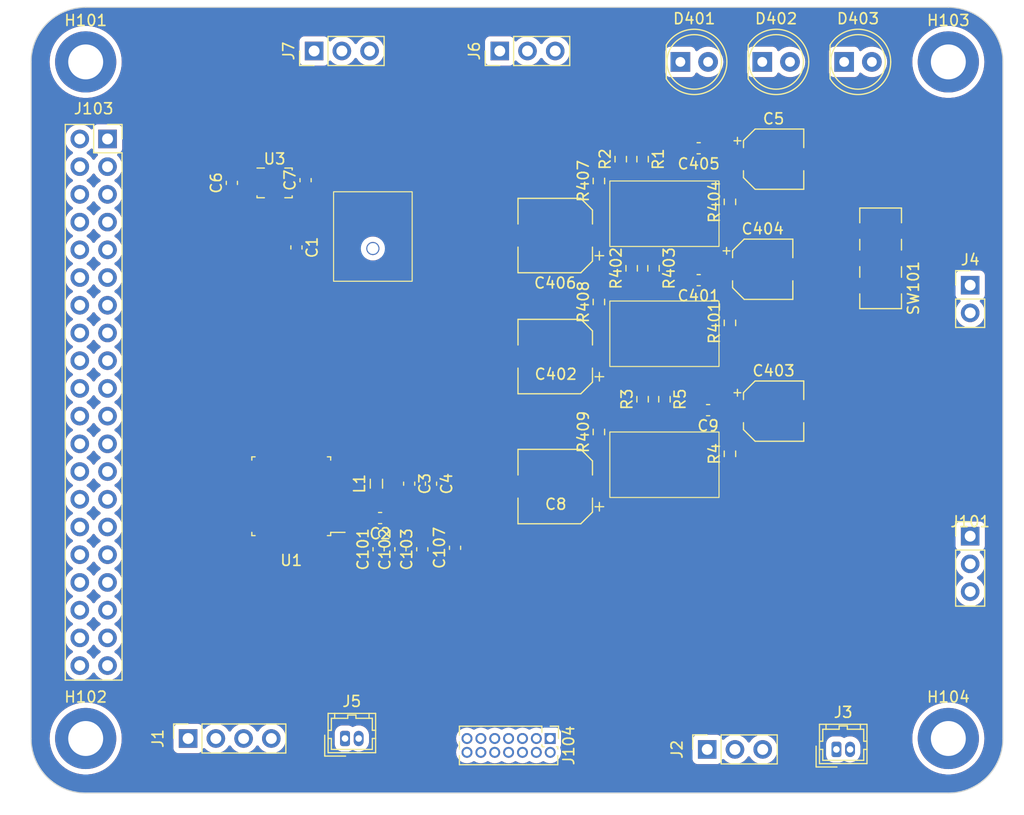
<source format=kicad_pcb>
(kicad_pcb (version 20221018) (generator pcbnew)
  (layers (0 "F.Cu" signal) (31 "B.Cu" signal) (34 "B.Paste" user) (35 "F.Paste" user) (36 "B.SilkS" user "B.Silkscreen") (37 "F.SilkS" user "F.Silkscreen") (38 "B.Mask" user) (39 "F.Mask" user) (44 "Edge.Cuts" user))
  (net 0 "")
  (net 1 "+3V3")
  (net 2 "GND")
  (net 3 "NRST")
  (net 4 "+3.3VA")
  (net 5 "/Regulation/Vin")
  (net 6 "+3.3V")
  (net 7 "Net-(U2-Vcc)")
  (net 8 "Net-(U401-Vcc)")
  (net 9 "+5V")
  (net 10 "Net-(U402-Vcc)")
  (net 11 "+7.5V")
  (net 12 "Net-(D401-A)")
  (net 13 "Net-(D402-A)")
  (net 14 "Net-(D403-A)")
  (net 16 "/Sig_LED")
  (net 17 "/SigProp2")
  (net 18 "/V_ALIM_PROP")
  (net 19 "+BATT")
  (net 20 "VDD_SER")
  (net 21 "DATA1")
  (net 22 "DATA2")
  (net 23 "/SigProp1")
  (net 28 "/RPI_UART_TX")
  (net 29 "/RPI_UART_RX")
  (net 56 "SWDIO")
  (net 57 "SWCLK")
  (net 58 "SWO")
  (net 61 "ST-RX")
  (net 62 "ST_TX")
  (net 63 "Net-(U402-FB)")
  (net 64 "Net-(U2-FB)")
  (net 65 "Net-(U2-FSW)")
  (net 66 "Net-(U401-FSW)")
  (net 67 "Net-(U401-FB)")
  (net 68 "Net-(U402-FSW)")
  (net 72 "/INT1")
  (net 73 "/INT2")
  (net 75 "SS")
  (net 76 "SCLK")
  (net 77 "MISO")
  (net 78 "MOSI")
  (net 85 "Net-(U2-En)")
  (net 90 "Net-(U401-En)")
  (net 93 "Net-(U402-En)")
  (footprint "Capacitor_SMD:CP_Elec_6.3x5.4" (layer "F.Cu") (at 121 99.9125 180)
    (fp_text reference "C8" (at -0.05 -1.62) (layer "F.SilkS"))
    (fp_text value "47u")
    (pad "1" smd roundrect (at -2.8 0 180) (size 3.5 1.6) (layers "F.Cu" "F.Paste" "F.Mask") (roundrect_rratio 0.15625) (net 6 "+3.3V"))
    (pad "2" smd roundrect (at 2.8 0 180) (size 3.5 1.6) (layers "F.Cu" "F.Paste" "F.Mask") (roundrect_rratio 0.15625) (net 2 "GND"))
  )
  (footprint "Resistor_SMD:R_0603_1608Metric_Pad0.98x0.95mm_HandSolder" (layer "F.Cu") (at 137 84.9125 90)
    (fp_text reference "R401" (at 0 -1.43 90) (layer "F.SilkS"))
    (fp_text value "5.6k")
    (pad "1" smd roundrect (at -0.9125 0 90) (size 0.975 0.95) (layers "F.Cu" "F.Paste" "F.Mask") (net 2 "GND"))
    (pad "2" smd roundrect (at 0.9125 0 90) (size 0.975 0.95) (layers "F.Cu" "F.Paste" "F.Mask") (net 66 "Net-(U401-FSW)"))
  )
  (footprint "Inductor_SMD:L_0805_2012Metric_Pad1.05x1.20mm_HandSolder" (layer "F.Cu") (at 104.625 99.65 90)
    (fp_text reference "L1" (at 0 -1.55 90) (layer "F.SilkS"))
    (fp_text value "39n")
    (pad "1" smd roundrect (at -1.15 0 90) (size 1.05 1.2) (layers "F.Cu" "F.Paste" "F.Mask") (roundrect_rratio 0.238095) (net 6 "+3.3V"))
    (pad "2" smd roundrect (at 1.15 0 90) (size 1.05 1.2) (layers "F.Cu" "F.Paste" "F.Mask") (roundrect_rratio 0.238095) (net 4 "+3.3VA"))
  )
  (footprint "Capacitor_SMD:C_0603_1608Metric_Pad1.08x0.95mm_HandSolder" (layer "F.Cu") (at 91.3875 72.0875 90)
    (fp_text reference "C6" (at 0 -1.43 90) (layer "F.SilkS"))
    (fp_text value "100n")
    (pad "1" smd roundrect (at -0.8625 0 90) (size 1.075 0.95) (layers "F.Cu" "F.Paste" "F.Mask") (net 1 "+3V3"))
    (pad "2" smd roundrect (at 0.8625 0 90) (size 1.075 0.95) (layers "F.Cu" "F.Paste" "F.Mask") (net 2 "GND"))
  )
  (footprint "Package_LGA:LGA-14_3x2.5mm_P0.5mm_LayoutBorder3x4y" (layer "F.Cu") (at 95.3 72.0875)
    (fp_text reference "U3" (at 0 -2.2) (layer "F.SilkS"))
    (fp_text value "LSM6DSL")
    (pad "1" smd roundrect (at -1.1625 -0.75) (size 0.625 0.35) (layers "F.Cu" "F.Paste" "F.Mask") (net 77 "MISO"))
    (pad "2" smd roundrect (at -1.1625 -0.25) (size 0.625 0.35) (layers "F.Cu" "F.Paste" "F.Mask") (net 2 "GND"))
    (pad "3" smd roundrect (at -1.1625 0.25) (size 0.625 0.35) (layers "F.Cu" "F.Paste" "F.Mask") (net 2 "GND"))
    (pad "4" smd roundrect (at -1.1625 0.75) (size 0.625 0.35) (layers "F.Cu" "F.Paste" "F.Mask") (net 72 "/INT1"))
    (pad "5" smd roundrect (at -0.5 0.9125) (size 0.35 0.625) (layers "F.Cu" "F.Paste" "F.Mask") (net 1 "+3V3"))
    (pad "6" smd roundrect (at 0 0.9125) (size 0.35 0.625) (layers "F.Cu" "F.Paste" "F.Mask") (net 2 "GND"))
    (pad "7" smd roundrect (at 0.5 0.9125) (size 0.35 0.625) (layers "F.Cu" "F.Paste" "F.Mask") (net 2 "GND"))
    (pad "8" smd roundrect (at 1.1625 0.75) (size 0.625 0.35) (layers "F.Cu" "F.Paste" "F.Mask") (net 1 "+3V3"))
    (pad "9" smd roundrect (at 1.1625 0.25) (size 0.625 0.35) (layers "F.Cu" "F.Paste" "F.Mask") (net 73 "/INT2"))
    (pad "10" smd roundrect (at 1.1625 -0.25) (size 0.625 0.35) (layers "F.Cu" "F.Paste" "F.Mask"))
    (pad "11" smd roundrect (at 1.1625 -0.75) (size 0.625 0.35) (layers "F.Cu" "F.Paste" "F.Mask"))
    (pad "12" smd roundrect (at 0.5 -0.9125) (size 0.35 0.625) (layers "F.Cu" "F.Paste" "F.Mask") (net 76 "SCLK"))
    (pad "13" smd roundrect (at 0 -0.9125) (size 0.35 0.625) (layers "F.Cu" "F.Paste" "F.Mask") (net 2 "GND"))
    (pad "14" smd roundrect (at -0.5 -0.9125) (size 0.35 0.625) (layers "F.Cu" "F.Paste" "F.Mask") (net 78 "MOSI"))
  )
  (footprint "Capacitor_SMD:C_0603_1608Metric_Pad1.08x0.95mm_HandSolder" (layer "F.Cu") (at 134.1375 81 180)
    (fp_text reference "C401" (at 0 -1.43) (layer "F.SilkS"))
    (fp_text value "1u")
    (pad "1" smd roundrect (at -0.8625 0 180) (size 1.075 0.95) (layers "F.Cu" "F.Paste" "F.Mask") (net 2 "GND"))
    (pad "2" smd roundrect (at 0.8625 0 180) (size 1.075 0.95) (layers "F.Cu" "F.Paste" "F.Mask") (net 8 "Net-(U401-Vcc)"))
  )
  (footprint "MountingHole:MountingHole_3.2mm_M3_DIN965_Pad" (layer "F.Cu") (at 78 61)
    (fp_text reference "H101" (at 0 -3.8) (layer "F.SilkS"))
    (fp_text value "MountingHole_Pad")
    (pad "1" thru_hole circle (at 0 0) (size 5.6 5.6) (drill 3.2) (layers "*.Cu" "*.Mask") (net 2 "GND"))
  )
  (footprint "Capacitor_SMD:CP_Elec_5x5.4" (layer "F.Cu") (at 141 69.9125)
    (fp_text reference "C5" (at 0 -3.7) (layer "F.SilkS"))
    (fp_text value "10u")
    (pad "1" smd roundrect (at -2.2 0) (size 3 1.6) (layers "F.Cu" "F.Paste" "F.Mask") (roundrect_rratio 0.15625) (net 5 "/Regulation/Vin"))
    (pad "2" smd roundrect (at 2.2 0) (size 3 1.6) (layers "F.Cu" "F.Paste" "F.Mask") (roundrect_rratio 0.15625) (net 2 "GND"))
  )
  (footprint "MountingHole:MountingHole_3.2mm_M3_DIN965_Pad" (layer "F.Cu") (at 157 123)
    (fp_text reference "H104" (at 0 -3.8) (layer "F.SilkS"))
    (fp_text value "MountingHole_Pad")
    (pad "1" thru_hole circle (at 0 0) (size 5.6 5.6) (drill 3.2) (layers "*.Cu" "*.Mask") (net 2 "GND"))
  )
  (footprint "Resistor_SMD:R_0603_1608Metric_Pad0.98x0.95mm_HandSolder" (layer "F.Cu") (at 130 79.9125 -90)
    (fp_text reference "R403" (at 0 -1.43 90) (layer "F.SilkS"))
    (fp_text value "402k")
    (pad "1" smd roundrect (at -0.9125 0 270) (size 0.975 0.95) (layers "F.Cu" "F.Paste" "F.Mask") (net 67 "Net-(U401-FB)"))
    (pad "2" smd roundrect (at 0.9125 0 270) (size 0.975 0.95) (layers "F.Cu" "F.Paste" "F.Mask") (net 2 "GND"))
  )
  (footprint "LED_THT:LED_D5.0mm_Clear" (layer "F.Cu") (at 147.46 61)
    (fp_text reference "D403" (at 1.27 -3.96) (layer "F.SilkS"))
    (fp_text value "LED")
    (pad "1" thru_hole rect (at 0 0) (size 1.8 1.8) (drill 0.9) (layers "*.Cu" "*.Mask") (net 2 "GND"))
    (pad "2" thru_hole circle (at 2.54 0) (size 1.8 1.8) (drill 0.9) (layers "*.Cu" "*.Mask") (net 14 "Net-(D403-A)"))
  )
  (footprint "Capacitor_SMD:C_0603_1608Metric_Pad1.08x0.95mm_HandSolder" (layer "F.Cu") (at 135 92.9125 180)
    (fp_text reference "C9" (at 0 -1.43) (layer "F.SilkS"))
    (fp_text value "1u")
    (pad "1" smd roundrect (at -0.8625 0 180) (size 1.075 0.95) (layers "F.Cu" "F.Paste" "F.Mask") (net 2 "GND"))
    (pad "2" smd roundrect (at 0.8625 0 180) (size 1.075 0.95) (layers "F.Cu" "F.Paste" "F.Mask") (net 7 "Net-(U2-Vcc)"))
  )
  (footprint "Capacitor_SMD:C_0603_1608Metric_Pad1.08x0.95mm_HandSolder" (layer "F.Cu") (at 104.9625 102.8 180)
    (fp_text reference "C2" (at 0 -1.43 180) (layer "F.SilkS"))
    (fp_text value "100n")
    (pad "1" smd roundrect (at -0.8625 0 180) (size 1.075 0.95) (layers "F.Cu" "F.Paste" "F.Mask") (net 3 "NRST"))
    (pad "2" smd roundrect (at 0.8625 0 180) (size 1.075 0.95) (layers "F.Cu" "F.Paste" "F.Mask") (net 2 "GND"))
  )
  (footprint "Custom:Regulator" (layer "F.Cu") (at 131 74.9125 90)
    (fp_text reference "U402" hide)
    (fp_text value "~" hide)
    (pad "1" smd roundrect (at 2.6 4.7 90) (size 0.5 0.4) (layers "F.Cu" "F.Paste" "F.Mask") (net 68 "Net-(U402-FSW)"))
    (pad "2" smd roundrect (at 2.6 3.7 90) (size 0.5 0.4) (layers "F.Cu" "F.Paste" "F.Mask") (net 63 "Net-(U402-FB)"))
    (pad "3" smd roundrect (at 2.6 2.7 90) (size 0.5 0.4) (layers "F.Cu" "F.Paste" "F.Mask") (net 10 "Net-(U402-Vcc)"))
    (pad "4" smd roundrect (at 2.6 1.7 90) (size 0.5 0.4) (layers "F.Cu" "F.Paste" "F.Mask") (net 5 "/Regulation/Vin"))
    (pad "5" smd roundrect (at 2.6 0.7 90) (size 0.5 0.4) (layers "F.Cu" "F.Paste" "F.Mask") (net 5 "/Regulation/Vin"))
    (pad "6" smd roundrect (at 2.1 -4.1 90) (size 1.5 1.5) (layers "F.Cu" "F.Paste" "F.Mask") (net 11 "+7.5V"))
    (pad "7" smd roundrect (at -2.1 -4.1 90) (size 1.5 1.5) (layers "F.Cu" "F.Paste" "F.Mask"))
    (pad "8" smd roundrect (at -2.6 0.7 90) (size 0.5 0.4) (layers "F.Cu" "F.Paste" "F.Mask"))
    (pad "9" smd roundrect (at -2.6 1.7 90) (size 0.5 0.4) (layers "F.Cu" "F.Paste" "F.Mask") (net 93 "Net-(U402-En)"))
    (pad "10" smd roundrect (at -2.6 2.7 90) (size 0.5 0.4) (layers "F.Cu" "F.Paste" "F.Mask") (net 2 "GND"))
    (pad "11" smd roundrect (at -2.6 3.7 90) (size 0.5 0.4) (layers "F.Cu" "F.Paste" "F.Mask"))
    (pad "12" smd roundrect (at -2.6 4.7 90) (size 0.5 0.4) (layers "F.Cu" "F.Paste" "F.Mask") (net 93 "Net-(U402-En)"))
    (pad "13" smd roundrect (at 0 3.05 90) (size 1.5 1.5) (layers "F.Cu" "F.Paste" "F.Mask") (net 2 "GND"))
  )
  (footprint "Capacitor_SMD:CP_Elec_6.3x5.4" (layer "F.Cu") (at 121 88 180)
    (fp_text reference "C402" (at -0.05 -1.62) (layer "F.SilkS"))
    (fp_text value "47u")
    (pad "1" smd roundrect (at -2.8 0 180) (size 3.5 1.6) (layers "F.Cu" "F.Paste" "F.Mask") (roundrect_rratio 0.15625) (net 9 "+5V"))
    (pad "2" smd roundrect (at 2.8 0 180) (size 3.5 1.6) (layers "F.Cu" "F.Paste" "F.Mask") (roundrect_rratio 0.15625) (net 2 "GND"))
  )
  (footprint "Connector_PinHeader_2.54mm:PinHeader_1x02_P2.54mm_Vertical" (layer "F.Cu") (at 159 81.46)
    (fp_text reference "J4" (at 0 -2.33) (layer "F.SilkS"))
    (fp_text value "Conn_01x02")
    (pad "1" thru_hole rect (at 0 0) (size 1.7 1.7) (drill 1) (layers "*.Cu" "*.Mask") (net 2 "GND"))
    (pad "2" thru_hole oval (at 0 2.54) (size 1.7 1.7) (drill 1) (layers "*.Cu" "*.Mask") (net 19 "+BATT"))
  )
  (footprint "Capacitor_SMD:C_0603_1608Metric_Pad1.08x0.95mm_HandSolder" (layer "F.Cu") (at 97.3 78 -90)
    (fp_text reference "C1" (at 0 -1.43 90) (layer "F.SilkS"))
    (fp_text value "100nF")
    (pad "1" smd roundrect (at -0.8625 0 270) (size 1.075 0.95) (layers "F.Cu" "F.Paste" "F.Mask") (net 1 "+3V3"))
    (pad "2" smd roundrect (at 0.8625 0 270) (size 1.075 0.95) (layers "F.Cu" "F.Paste" "F.Mask") (net 2 "GND"))
  )
  (footprint "Resistor_SMD:R_0603_1608Metric_Pad0.98x0.95mm_HandSolder" (layer "F.Cu") (at 129 91.9125 90)
    (fp_text reference "R3" (at 0 -1.43 90) (layer "F.SilkS"))
    (fp_text value "140")
    (pad "1" smd roundrect (at -0.9125 0 90) (size 0.975 0.95) (layers "F.Cu" "F.Paste" "F.Mask") (net 6 "+3.3V"))
    (pad "2" smd roundrect (at 0.9125 0 90) (size 0.975 0.95) (layers "F.Cu" "F.Paste" "F.Mask") (net 64 "Net-(U2-FB)"))
  )
  (footprint "Capacitor_SMD:C_0603_1608Metric_Pad1.08x0.95mm_HandSolder" (layer "F.Cu") (at 106.825 105.6625 90)
    (fp_text reference "C102" (at 0 -1.43 90) (layer "F.SilkS"))
    (fp_text value "100n")
    (pad "1" smd roundrect (at -0.8625 0 90) (size 1.075 0.95) (layers "F.Cu" "F.Paste" "F.Mask") (net 6 "+3.3V"))
    (pad "2" smd roundrect (at 0.8625 0 90) (size 1.075 0.95) (layers "F.Cu" "F.Paste" "F.Mask") (net 2 "GND"))
  )
  (footprint "Resistor_SMD:R_0603_1608Metric_Pad0.98x0.95mm_HandSolder" (layer "F.Cu") (at 125 94.9125 90)
    (fp_text reference "R409" (at 0 -1.43 90) (layer "F.SilkS"))
    (fp_text value "300")
    (pad "1" smd roundrect (at -0.9125 0 90) (size 0.975 0.95) (layers "F.Cu" "F.Paste" "F.Mask") (net 6 "+3.3V"))
    (pad "2" smd roundrect (at 0.9125 0 90) (size 0.975 0.95) (layers "F.Cu" "F.Paste" "F.Mask") (net 14 "Net-(D403-A)"))
  )
  (footprint "Resistor_SMD:R_0603_1608Metric_Pad0.98x0.95mm_HandSolder" (layer "F.Cu") (at 137 73.825 90)
    (fp_text reference "R404" (at 0 -1.43 90) (layer "F.SilkS"))
    (fp_text value "5.6k")
    (pad "1" smd roundrect (at -0.9125 0 90) (size 0.975 0.95) (layers "F.Cu" "F.Paste" "F.Mask") (net 2 "GND"))
    (pad "2" smd roundrect (at 0.9125 0 90) (size 0.975 0.95) (layers "F.Cu" "F.Paste" "F.Mask") (net 68 "Net-(U402-FSW)"))
  )
  (footprint "Connector_PinSocket_2.54mm:PinSocket_1x04_P2.54mm_Vertical" (layer "F.Cu") (at 87.38 123 90)
    (fp_text reference "J1" (at 0 -2.77 90) (layer "F.SilkS"))
    (fp_text value "Conn_01x04")
    (pad "1" thru_hole rect (at 0 0 90) (size 1.7 1.7) (drill 1) (layers "*.Cu" "*.Mask") (net 2 "GND"))
    (pad "2" thru_hole oval (at 0 2.54 90) (size 1.7 1.7) (drill 1) (layers "*.Cu" "*.Mask") (net 6 "+3.3V"))
    (pad "3" thru_hole oval (at 0 5.08 90) (size 1.7 1.7) (drill 1) (layers "*.Cu" "*.Mask"))
    (pad "4" thru_hole oval (at 0 7.62 90) (size 1.7 1.7) (drill 1) (layers "*.Cu" "*.Mask") (net 16 "/Sig_LED"))
  )
  (footprint "Custom:Regulator" (layer "F.Cu") (at 131 85.9125 90)
    (fp_text reference "U401" hide)
    (fp_text value "~" hide)
    (pad "1" smd roundrect (at 2.6 4.7 90) (size 0.5 0.4) (layers "F.Cu" "F.Paste" "F.Mask") (net 66 "Net-(U401-FSW)"))
    (pad "2" smd roundrect (at 2.6 3.7 90) (size 0.5 0.4) (layers "F.Cu" "F.Paste" "F.Mask") (net 67 "Net-(U401-FB)"))
    (pad "3" smd roundrect (at 2.6 2.7 90) (size 0.5 0.4) (layers "F.Cu" "F.Paste" "F.Mask") (net 8 "Net-(U401-Vcc)"))
    (pad "4" smd roundrect (at 2.6 1.7 90) (size 0.5 0.4) (layers "F.Cu" "F.Paste" "F.Mask") (net 5 "/Regulation/Vin"))
    (pad "5" smd roundrect (at 2.6 0.7 90) (size 0.5 0.4) (layers "F.Cu" "F.Paste" "F.Mask") (net 5 "/Regulation/Vin"))
    (pad "6" smd roundrect (at 2.1 -4.1 90) (size 1.5 1.5) (layers "F.Cu" "F.Paste" "F.Mask") (net 9 "+5V"))
    (pad "7" smd roundrect (at -2.1 -4.1 90) (size 1.5 1.5) (layers "F.Cu" "F.Paste" "F.Mask"))
    (pad "8" smd roundrect (at -2.6 0.7 90) (size 0.5 0.4) (layers "F.Cu" "F.Paste" "F.Mask"))
    (pad "9" smd roundrect (at -2.6 1.7 90) (size 0.5 0.4) (layers "F.Cu" "F.Paste" "F.Mask") (net 90 "Net-(U401-En)"))
    (pad "10" smd roundrect (at -2.6 2.7 90) (size 0.5 0.4) (layers "F.Cu" "F.Paste" "F.Mask") (net 2 "GND"))
    (pad "11" smd roundrect (at -2.6 3.7 90) (size 0.5 0.4) (layers "F.Cu" "F.Paste" "F.Mask"))
    (pad "12" smd roundrect (at -2.6 4.7 90) (size 0.5 0.4) (layers "F.Cu" "F.Paste" "F.Mask") (net 90 "Net-(U401-En)"))
    (pad "13" smd roundrect (at 0 3.05 90) (size 1.5 1.5) (layers "F.Cu" "F.Paste" "F.Mask") (net 2 "GND"))
  )
  (footprint "Capacitor_SMD:CP_Elec_5x5.4" (layer "F.Cu") (at 140 80)
    (fp_text reference "C404" (at 0 -3.7) (layer "F.SilkS"))
    (fp_text value "10u")
    (pad "1" smd roundrect (at -2.2 0) (size 3 1.6) (layers "F.Cu" "F.Paste" "F.Mask") (roundrect_rratio 0.15625) (net 5 "/Regulation/Vin"))
    (pad "2" smd roundrect (at 2.2 0) (size 3 1.6) (layers "F.Cu" "F.Paste" "F.Mask") (roundrect_rratio 0.15625) (net 2 "GND"))
  )
  (footprint "Connector_PinSocket_2.54mm:PinSocket_2x20_P2.54mm_Vertical" (layer "F.Cu") (at 80 68.06)
    (fp_text reference "J103" (at -1.27 -2.77) (layer "F.SilkS"))
    (fp_text value "Conn_02x20_Odd_Even")
    (pad "1" thru_hole rect (at 0 0) (size 1.7 1.7) (drill 1) (layers "*.Cu" "*.Mask"))
    (pad "2" thru_hole oval (at -2.54 0) (size 1.7 1.7) (drill 1) (layers "*.Cu" "*.Mask") (net 9 "+5V"))
    (pad "3" thru_hole oval (at 0 2.54) (size 1.7 1.7) (drill 1) (layers "*.Cu" "*.Mask"))
    (pad "4" thru_hole oval (at -2.54 2.54) (size 1.7 1.7) (drill 1) (layers "*.Cu" "*.Mask") (net 9 "+5V"))
    (pad "5" thru_hole oval (at 0 5.08) (size 1.7 1.7) (drill 1) (layers "*.Cu" "*.Mask"))
    (pad "6" thru_hole oval (at -2.54 5.08) (size 1.7 1.7) (drill 1) (layers "*.Cu" "*.Mask") (net 2 "GND"))
    (pad "7" thru_hole oval (at 0 7.62) (size 1.7 1.7) (drill 1) (layers "*.Cu" "*.Mask"))
    (pad "8" thru_hole oval (at -2.54 7.62) (size 1.7 1.7) (drill 1) (layers "*.Cu" "*.Mask") (net 28 "/RPI_UART_TX"))
    (pad "9" thru_hole oval (at 0 10.16) (size 1.7 1.7) (drill 1) (layers "*.Cu" "*.Mask") (net 2 "GND"))
    (pad "10" thru_hole oval (at -2.54 10.16) (size 1.7 1.7) (drill 1) (layers "*.Cu" "*.Mask") (net 29 "/RPI_UART_RX"))
    (pad "11" thru_hole oval (at 0 12.7) (size 1.7 1.7) (drill 1) (layers "*.Cu" "*.Mask"))
    (pad "12" thru_hole oval (at -2.54 12.7) (size 1.7 1.7) (drill 1) (layers "*.Cu" "*.Mask"))
    (pad "13" thru_hole oval (at 0 15.24) (size 1.7 1.7) (drill 1) (layers "*.Cu" "*.Mask"))
    (pad "14" thru_hole oval (at -2.54 15.24) (size 1.7 1.7) (drill 1) (layers "*.Cu" "*.Mask") (net 2 "GND"))
    (pad "15" thru_hole oval (at 0 17.78) (size 1.7 1.7) (drill 1) (layers "*.Cu" "*.Mask"))
    (pad "16" thru_hole oval (at -2.54 17.78) (size 1.7 1.7) (drill 1) (layers "*.Cu" "*.Mask"))
    (pad "17" thru_hole oval (at 0 20.32) (size 1.7 1.7) (drill 1) (layers "*.Cu" "*.Mask"))
    (pad "18" thru_hole oval (at -2.54 20.32) (size 1.7 1.7) (drill 1) (layers "*.Cu" "*.Mask"))
    (pad "19" thru_hole oval (at 0 22.86) (size 1.7 1.7) (drill 1) (layers "*.Cu" "*.Mask"))
    (pad "20" thru_hole oval (at -2.54 22.86) (size 1.7 1.7) (drill 1) (layers "*.Cu" "*.Mask") (net 2 "GND"))
    (pad "21" thru_hole oval (at 0 25.4) (size 1.7 1.7) (drill 1) (layers "*.Cu" "*.Mask"))
    (pad "22" thru_hole oval (at -2.54 25.4) (size 1.7 1.7) (drill 1) (layers "*.Cu" "*.Mask"))
    (pad "23" thru_hole oval (at 0 27.94) (size 1.7 1.7) (drill 1) (layers "*.Cu" "*.Mask"))
    (pad "24" thru_hole oval (at -2.54 27.94) (size 1.7 1.7) (drill 1) (layers "*.Cu" "*.Mask"))
    (pad "25" thru_hole oval (at 0 30.48) (size 1.7 1.7) (drill 1) (layers "*.Cu" "*.Mask") (net 2 "GND"))
    (pad "26" thru_hole oval (at -2.54 30.48) (size 1.7 1.7) (drill 1) (layers "*.Cu" "*.Mask"))
    (pad "27" thru_hole oval (at 0 33.02) (size 1.7 1.7) (drill 1) (layers "*.Cu" "*.Mask"))
    (pad "28" thru_hole oval (at -2.54 33.02) (size 1.7 1.7) (drill 1) (layers "*.Cu" "*.Mask"))
    (pad "29" thru_hole oval (at 0 35.56) (size 1.7 1.7) (drill 1) (layers "*.Cu" "*.Mask"))
    (pad "30" thru_hole oval (at -2.54 35.56) (size 1.7 1.7) (drill 1) (layers "*.Cu" "*.Mask") (net 2 "GND"))
    (pad "31" thru_hole oval (at 0 38.1) (size 1.7 1.7) (drill 1) (layers "*.Cu" "*.Mask"))
    (pad "32" thru_hole oval (at -2.54 38.1) (size 1.7 1.7) (drill 1) (layers "*.Cu" "*.Mask"))
    (pad "33" thru_hole oval (at 0 40.64) (size 1.7 1.7) (drill 1) (layers "*.Cu" "*.Mask"))
    (pad "34" thru_hole oval (at -2.54 40.64) (size 1.7 1.7) (drill 1) (layers "*.Cu" "*.Mask") (net 2 "GND"))
    (pad "35" thru_hole oval (at 0 43.18) (size 1.7 1.7) (drill 1) (layers "*.Cu" "*.Mask"))
    (pad "36" thru_hole oval (at -2.54 43.18) (size 1.7 1.7) (drill 1) (layers "*.Cu" "*.Mask"))
    (pad "37" thru_hole oval (at 0 45.72) (size 1.7 1.7) (drill 1) (layers "*.Cu" "*.Mask"))
    (pad "38" thru_hole oval (at -2.54 45.72) (size 1.7 1.7) (drill 1) (layers "*.Cu" "*.Mask"))
    (pad "39" thru_hole oval (at 0 48.26) (size 1.7 1.7) (drill 1) (layers "*.Cu" "*.Mask") (net 2 "GND"))
    (pad "40" thru_hole oval (at -2.54 48.26) (size 1.7 1.7) (drill 1) (layers "*.Cu" "*.Mask"))
  )
  (footprint "Capacitor_SMD:C_0603_1608Metric_Pad1.08x0.95mm_HandSolder" (layer "F.Cu") (at 107.625 99.65 -90)
    (fp_text reference "C3" (at 0 -1.43 -90) (layer "F.SilkS"))
    (fp_text value "1u")
    (pad "1" smd roundrect (at -0.8625 0 270) (size 1.075 0.95) (layers "F.Cu" "F.Paste" "F.Mask") (net 4 "+3.3VA"))
    (pad "2" smd roundrect (at 0.8625 0 270) (size 1.075 0.95) (layers "F.Cu" "F.Paste" "F.Mask") (net 2 "GND"))
  )
  (footprint "Connector_PinHeader_2.54mm:PinHeader_1x03_P2.54mm_Vertical" (layer "F.Cu") (at 98.92 60 90)
    (fp_text reference "J7" (at 0 -2.33 90) (layer "F.SilkS"))
    (fp_text value "Conn_01x03")
    (pad "1" thru_hole rect (at 0 0 90) (size 1.7 1.7) (drill 1) (layers "*.Cu" "*.Mask") (net 2 "GND"))
    (pad "2" thru_hole oval (at 0 2.54 90) (size 1.7 1.7) (drill 1) (layers "*.Cu" "*.Mask") (net 20 "VDD_SER"))
    (pad "3" thru_hole oval (at 0 5.08 90) (size 1.7 1.7) (drill 1) (layers "*.Cu" "*.Mask") (net 22 "DATA2"))
  )
  (footprint "Connector_Hirose:Hirose_DF13-02P-1.25DSA_1x02_P1.25mm_Vertical" (layer "F.Cu") (at 146.75 124)
    (fp_text reference "J3" (at 0.62 -3.4) (layer "F.SilkS"))
    (fp_text value "Alim_Prop2")
    (pad "1" thru_hole roundrect (at 0 0) (size 0.9 1.4) (drill 0.6) (layers "*.Cu" "*.Mask") (net 2 "GND"))
    (pad "2" thru_hole oval (at 1.25 0) (size 0.9 1.4) (drill 0.6) (layers "*.Cu" "*.Mask") (net 18 "/V_ALIM_PROP"))
  )
  (footprint "Capacitor_SMD:C_0603_1608Metric_Pad1.08x0.95mm_HandSolder" (layer "F.Cu") (at 104.825 105.6625 90)
    (fp_text reference "C101" (at 0 -1.43 90) (layer "F.SilkS"))
    (fp_text value "100n")
    (pad "1" smd roundrect (at -0.8625 0 90) (size 1.075 0.95) (layers "F.Cu" "F.Paste" "F.Mask") (net 6 "+3.3V"))
    (pad "2" smd roundrect (at 0.8625 0 90) (size 1.075 0.95) (layers "F.Cu" "F.Paste" "F.Mask") (net 2 "GND"))
  )
  (footprint "Capacitor_SMD:C_0603_1608Metric_Pad1.08x0.95mm_HandSolder" (layer "F.Cu") (at 109.625 99.65 -90)
    (fp_text reference "C4" (at 0 -1.43 -90) (layer "F.SilkS"))
    (fp_text value "100n")
    (pad "1" smd roundrect (at -0.8625 0 270) (size 1.075 0.95) (layers "F.Cu" "F.Paste" "F.Mask") (net 4 "+3.3VA"))
    (pad "2" smd roundrect (at 0.8625 0 270) (size 1.075 0.95) (layers "F.Cu" "F.Paste" "F.Mask") (net 2 "GND"))
  )
  (footprint "Resistor_SMD:R_0603_1608Metric_Pad0.98x0.95mm_HandSolder" (layer "F.Cu") (at 137 96.9125 90)
    (fp_text reference "R4" (at 0 -1.43 90) (layer "F.SilkS"))
    (fp_text value "5.6k")
    (pad "1" smd roundrect (at -0.9125 0 90) (size 0.975 0.95) (layers "F.Cu" "F.Paste" "F.Mask") (net 2 "GND"))
    (pad "2" smd roundrect (at 0.9125 0 90) (size 0.975 0.95) (layers "F.Cu" "F.Paste" "F.Mask") (net 65 "Net-(U2-FSW)"))
  )
  (footprint "Capacitor_SMD:C_0603_1608Metric_Pad1.08x0.95mm_HandSolder" (layer "F.Cu") (at 108.825 105.6625 90)
    (fp_text reference "C103" (at 0 -1.43 90) (layer "F.SilkS"))
    (fp_text value "100n")
    (pad "1" smd roundrect (at -0.8625 0 90) (size 1.075 0.95) (layers "F.Cu" "F.Paste" "F.Mask") (net 6 "+3.3V"))
    (pad "2" smd roundrect (at 0.8625 0 90) (size 1.075 0.95) (layers "F.Cu" "F.Paste" "F.Mask") (net 2 "GND"))
  )
  (footprint "Capacitor_SMD:C_0603_1608Metric_Pad1.08x0.95mm_HandSolder" (layer "F.Cu") (at 134.1375 68.9125 180)
    (fp_text reference "C405" (at 0 -1.43) (layer "F.SilkS"))
    (fp_text value "1u")
    (pad "1" smd roundrect (at -0.8625 0 180) (size 1.075 0.95) (layers "F.Cu" "F.Paste" "F.Mask") (net 2 "GND"))
    (pad "2" smd roundrect (at 0.8625 0 180) (size 1.075 0.95) (layers "F.Cu" "F.Paste" "F.Mask") (net 10 "Net-(U402-Vcc)"))
  )
  (footprint "Resistor_SMD:R_0603_1608Metric_Pad0.98x0.95mm_HandSolder" (layer "F.Cu") (at 125 83 90)
    (fp_text reference "R408" (at 0 -1.43 90) (layer "F.SilkS"))
    (fp_text value "300")
    (pad "1" smd roundrect (at -0.9125 0 90) (size 0.975 0.95) (layers "F.Cu" "F.Paste" "F.Mask") (net 9 "+5V"))
    (pad "2" smd roundrect (at 0.9125 0 90) (size 0.975 0.95) (layers "F.Cu" "F.Paste" "F.Mask") (net 13 "Net-(D402-A)"))
  )
  (footprint "LED_THT:LED_D5.0mm_Clear" (layer "F.Cu") (at 139.96 61)
    (fp_text reference "D402" (at 1.27 -3.96) (layer "F.SilkS"))
    (fp_text value "LED")
    (pad "1" thru_hole rect (at 0 0) (size 1.8 1.8) (drill 0.9) (layers "*.Cu" "*.Mask") (net 2 "GND"))
    (pad "2" thru_hole circle (at 2.54 0) (size 1.8 1.8) (drill 0.9) (layers "*.Cu" "*.Mask") (net 13 "Net-(D402-A)"))
  )
  (footprint "Custom:Pressure_Captor_Custom" (layer "F.Cu") (at 104.3 77)
    (fp_text reference "U6" hide)
    (fp_text value "32350268" hide)
    (pad "1" smd rect (at -2.3 2.5) (size 1.95 1.45) (layers "F.Cu" "F.Paste" "F.Mask") (net 2 "GND"))
    (pad "2" smd rect (at -2.3 0) (size 1.95 1.45) (layers "F.Cu" "F.Paste" "F.Mask") (net 1 "+3V3"))
    (pad "3" smd rect (at -2.3 -2.5) (size 1.95 1.45) (layers "F.Cu" "F.Paste" "F.Mask") (net 77 "MISO"))
    (pad "4" smd rect (at 2.4 -2.5) (size 1.95 1.45) (layers "F.Cu" "F.Paste" "F.Mask") (net 75 "SS"))
    (pad "5" smd rect (at 2.4 0) (size 1.95 1.45) (layers "F.Cu" "F.Paste" "F.Mask") (net 78 "MOSI"))
    (pad "6" smd rect (at 2.4 2.5) (size 1.95 1.45) (layers "F.Cu" "F.Paste" "F.Mask") (net 76 "SCLK"))
    (pad "7" thru_hole circle (at 0 1.1) (size 1.2 1.2) (drill 1) (layers "*.Cu" "*.Mask"))
  )
  (footprint "Custom:Regulator" (layer "F.Cu") (at 131 97.9125 90)
    (fp_text reference "U2" hide)
    (fp_text value "~" hide)
    (pad "1" smd roundrect (at 2.6 4.7 90) (size 0.5 0.4) (layers "F.Cu" "F.Paste" "F.Mask") (net 65 "Net-(U2-FSW)"))
    (pad "2" smd roundrect (at 2.6 3.7 90) (size 0.5 0.4) (layers "F.Cu" "F.Paste" "F.Mask") (net 64 "Net-(U2-FB)"))
    (pad "3" smd roundrect (at 2.6 2.7 90) (size 0.5 0.4) (layers "F.Cu" "F.Paste" "F.Mask") (net 7 "Net-(U2-Vcc)"))
    (pad "4" smd roundrect (at 2.6 1.7 90) (size 0.5 0.4) (layers "F.Cu" "F.Paste" "F.Mask") (net 5 "/Regulation/Vin"))
    (pad "5" smd roundrect (at 2.6 0.7 90) (size 0.5 0.4) (layers "F.Cu" "F.Paste" "F.Mask") (net 5 "/Regulation/Vin"))
    (pad "6" smd roundrect (at 2.1 -4.1 90) (size 1.5 1.5) (layers "F.Cu" "F.Paste" "F.Mask") (net 6 "+3.3V"))
    (pad "7" smd roundrect (at -2.1 -4.1 90) (size 1.5 1.5) (layers "F.Cu" "F.Paste" "F.Mask"))
    (pad "8" smd roundrect (at -2.6 0.7 90) (size 0.5 0.4) (layers "F.Cu" "F.Paste" "F.Mask"))
    (pad "9" smd roundrect (at -2.6 1.7 90) (size 0.5 0.4) (layers "F.Cu" "F.Paste" "F.Mask") (net 85 "Net-(U2-En)"))
    (pad "10" smd roundrect (at -2.6 2.7 90) (size 0.5 0.4) (layers "F.Cu" "F.Paste" "F.Mask") (net 2 "GND"))
    (pad "11" smd roundrect (at -2.6 3.7 90) (size 0.5 0.4) (layers "F.Cu" "F.Paste" "F.Mask"))
    (pad "12" smd roundrect (at -2.6 4.7 90) (size 0.5 0.4) (layers "F.Cu" "F.Paste" "F.Mask") (net 85 "Net-(U2-En)"))
    (pad "13" smd roundrect (at 0 3.05 90) (size 1.5 1.5) (layers "F.Cu" "F.Paste" "F.Mask") (net 2 "GND"))
  )
  (footprint "Connector_PinHeader_2.54mm:PinHeader_1x03_P2.54mm_Vertical" (layer "F.Cu") (at 115.92 60 90)
    (fp_text reference "J6" (at 0 -2.33 90) (layer "F.SilkS"))
    (fp_text value "Conn_01x03")
    (pad "1" thru_hole rect (at 0 0 90) (size 1.7 1.7) (drill 1) (layers "*.Cu" "*.Mask") (net 2 "GND"))
    (pad "2" thru_hole oval (at 0 2.54 90) (size 1.7 1.7) (drill 1) (layers "*.Cu" "*.Mask") (net 20 "VDD_SER"))
    (pad "3" thru_hole oval (at 0 5.08 90) (size 1.7 1.7) (drill 1) (layers "*.Cu" "*.Mask") (net 21 "DATA1"))
  )
  (footprint "Connector_Hirose:Hirose_DF13-02P-1.25DSA_1x02_P1.25mm_Vertical" (layer "F.Cu") (at 101.75 123)
    (fp_text reference "J5" (at 0.62 -3.4) (layer "F.SilkS"))
    (fp_text value "Alim_Prop1")
    (pad "1" thru_hole roundrect (at 0 0) (size 0.9 1.4) (drill 0.6) (layers "*.Cu" "*.Mask") (net 2 "GND"))
    (pad "2" thru_hole oval (at 1.25 0) (size 0.9 1.4) (drill 0.6) (layers "*.Cu" "*.Mask") (net 18 "/V_ALIM_PROP"))
  )
  (footprint "Package_QFP:LQFP-32_7x7mm_P0.8mm" (layer "F.Cu") (at 96.825 100.8 180)
    (fp_text reference "U1" (at 0 -5.88) (layer "F.SilkS"))
    (fp_text value "STM32L412KBTx")
    (pad "1" smd roundrect (at -4.175 -2.8 180) (size 1.5 0.5) (layers "F.Cu" "F.Paste" "F.Mask") (net 6 "+3.3V"))
    (pad "2" smd roundrect (at -4.175 -2 180) (size 1.5 0.5) (layers "F.Cu" "F.Paste" "F.Mask"))
    (pad "3" smd roundrect (at -4.175 -1.2 180) (size 1.5 0.5) (layers "F.Cu" "F.Paste" "F.Mask"))
    (pad "4" smd roundrect (at -4.175 -0.4 180) (size 1.5 0.5) (layers "F.Cu" "F.Paste" "F.Mask") (net 3 "NRST"))
    (pad "5" smd roundrect (at -4.175 0.4 180) (size 1.5 0.5) (layers "F.Cu" "F.Paste" "F.Mask") (net 4 "+3.3VA"))
    (pad "6" smd roundrect (at -4.175 1.2 180) (size 1.5 0.5) (layers "F.Cu" "F.Paste" "F.Mask") (net 72 "/INT1"))
    (pad "7" smd roundrect (at -4.175 2 180) (size 1.5 0.5) (layers "F.Cu" "F.Paste" "F.Mask") (net 73 "/INT2"))
    (pad "8" smd roundrect (at -4.175 2.8 180) (size 1.5 0.5) (layers "F.Cu" "F.Paste" "F.Mask") (net 21 "DATA1"))
    (pad "9" smd roundrect (at -2.8 4.175 180) (size 0.5 1.5) (layers "F.Cu" "F.Paste" "F.Mask"))
    (pad "10" smd roundrect (at -2 4.175 180) (size 0.5 1.5) (layers "F.Cu" "F.Paste" "F.Mask") (net 75 "SS"))
    (pad "11" smd roundrect (at -1.2 4.175 180) (size 0.5 1.5) (layers "F.Cu" "F.Paste" "F.Mask") (net 76 "SCLK"))
    (pad "12" smd roundrect (at -0.4 4.175 180) (size 0.5 1.5) (layers "F.Cu" "F.Paste" "F.Mask") (net 77 "MISO"))
    (pad "13" smd roundrect (at 0.4 4.175 180) (size 0.5 1.5) (layers "F.Cu" "F.Paste" "F.Mask") (net 78 "MOSI"))
    (pad "14" smd roundrect (at 1.2 4.175 180) (size 0.5 1.5) (layers "F.Cu" "F.Paste" "F.Mask"))
    (pad "15" smd roundrect (at 2 4.175 180) (size 0.5 1.5) (layers "F.Cu" "F.Paste" "F.Mask") (net 61 "ST-RX"))
    (pad "16" smd roundrect (at 2.8 4.175 180) (size 0.5 1.5) (layers "F.Cu" "F.Paste" "F.Mask") (net 2 "GND"))
    (pad "17" smd roundrect (at 4.175 2.8 180) (size 1.5 0.5) (layers "F.Cu" "F.Paste" "F.Mask") (net 6 "+3.3V"))
    (pad "18" smd roundrect (at 4.175 2 180) (size 1.5 0.5) (layers "F.Cu" "F.Paste" "F.Mask") (net 22 "DATA2"))
    (pad "19" smd roundrect (at 4.175 1.2 180) (size 1.5 0.5) (layers "F.Cu" "F.Paste" "F.Mask"))
    (pad "20" smd roundrect (at 4.175 0.4 180) (size 1.5 0.5) (layers "F.Cu" "F.Paste" "F.Mask") (net 16 "/Sig_LED"))
    (pad "21" smd roundrect (at 4.175 -0.4 180) (size 1.5 0.5) (layers "F.Cu" "F.Paste" "F.Mask") (net 28 "/RPI_UART_TX"))
    (pad "22" smd roundrect (at 4.175 -1.2 180) (size 1.5 0.5) (layers "F.Cu" "F.Paste" "F.Mask") (net 29 "/RPI_UART_RX"))
    (pad "23" smd roundrect (at 4.175 -2 180) (size 1.5 0.5) (layers "F.Cu" "F.Paste" "F.Mask") (net 56 "SWDIO"))
    (pad "24" smd roundrect (at 4.175 -2.8 180) (size 1.5 0.5) (layers "F.Cu" "F.Paste" "F.Mask") (net 57 "SWCLK"))
    (pad "25" smd roundrect (at 2.8 -4.175 180) (size 0.5 1.5) (layers "F.Cu" "F.Paste" "F.Mask") (net 58 "SWO"))
    (pad "26" smd roundrect (at 2 -4.175 180) (size 0.5 1.5) (layers "F.Cu" "F.Paste" "F.Mask") (net 62 "ST_TX"))
    (pad "27" smd roundrect (at 1.2 -4.175 180) (size 0.5 1.5) (layers "F.Cu" "F.Paste" "F.Mask") (net 23 "/SigProp1"))
    (pad "28" smd roundrect (at 0.4 -4.175 180) (size 0.5 1.5) (layers "F.Cu" "F.Paste" "F.Mask"))
    (pad "29" smd roundrect (at -0.4 -4.175 180) (size 0.5 1.5) (layers "F.Cu" "F.Paste" "F.Mask") (net 17 "/SigProp2"))
    (pad "30" smd roundrect (at -1.2 -4.175 180) (size 0.5 1.5) (layers "F.Cu" "F.Paste" "F.Mask"))
    (pad "31" smd roundrect (at -2 -4.175 180) (size 0.5 1.5) (layers "F.Cu" "F.Paste" "F.Mask"))
    (pad "32" smd roundrect (at -2.8 -4.175 180) (size 0.5 1.5) (layers "F.Cu" "F.Paste" "F.Mask") (net 2 "GND"))
  )
  (footprint "Capacitor_SMD:CP_Elec_5x5.4" (layer "F.Cu") (at 141 93)
    (fp_text reference "C403" (at 0 -3.7) (layer "F.SilkS"))
    (fp_text value "10u")
    (pad "1" smd roundrect (at -2.2 0) (size 3 1.6) (layers "F.Cu" "F.Paste" "F.Mask") (roundrect_rratio 0.15625) (net 5 "/Regulation/Vin"))
    (pad "2" smd roundrect (at 2.2 0) (size 3 1.6) (layers "F.Cu" "F.Paste" "F.Mask") (roundrect_rratio 0.15625) (net 2 "GND"))
  )
  (footprint "Resistor_SMD:R_0603_1608Metric_Pad0.98x0.95mm_HandSolder" (layer "F.Cu") (at 127 69.9125 90)
    (fp_text reference "R2" (at 0 -1.43 90) (layer "F.SilkS"))
    (fp_text value "52.2k")
    (pad "1" smd roundrect (at -0.9125 0 90) (size 0.975 0.95) (layers "F.Cu" "F.Paste" "F.Mask") (net 11 "+7.5V"))
    (pad "2" smd roundrect (at 0.9125 0 90) (size 0.975 0.95) (layers "F.Cu" "F.Paste" "F.Mask") (net 63 "Net-(U402-FB)"))
  )
  (footprint "Capacitor_SMD:CP_Elec_6.3x5.4" (layer "F.Cu") (at 121 76.9125 180)
    (fp_text reference "C406" (at 0 -4.35) (layer "F.SilkS"))
    (fp_text value "47u")
    (pad "1" smd roundrect (at -2.8 0 180) (size 3.5 1.6) (layers "F.Cu" "F.Paste" "F.Mask") (roundrect_rratio 0.15625) (net 11 "+7.5V"))
    (pad "2" smd roundrect (at 2.8 0 180) (size 3.5 1.6) (layers "F.Cu" "F.Paste" "F.Mask") (roundrect_rratio 0.15625) (net 2 "GND"))
  )
  (footprint "Button_Switch_SMD:SW_DPDT_CK_JS202011JCQN" (layer "F.Cu") (at 150.8 79 -90)
    (fp_text reference "SW101" (at 2.73 -3 90) (layer "F.SilkS"))
    (fp_text value "SW_DPDT_x2")
    (pad "1" smd rect (at -2.5 -1.2 270) (size 1 1.6) (layers "F.Cu" "F.Paste" "F.Mask"))
    (pad "2" smd rect (at 0 -1.2 270) (size 1 1.6) (layers "F.Cu" "F.Paste" "F.Mask") (net 5 "/Regulation/Vin"))
    (pad "3" smd rect (at 2.5 -1.2 270) (size 1 1.6) (layers "F.Cu" "F.Paste" "F.Mask") (net 19 "+BATT"))
    (pad "4" smd rect (at -2.5 1.2 270) (size 1 1.6) (layers "F.Cu" "F.Paste" "F.Mask"))
    (pad "5" smd rect (at 0 1.2 270) (size 1 1.6) (layers "F.Cu" "F.Paste" "F.Mask"))
    (pad "6" smd rect (at 2.5 1.2 270) (size 1 1.6) (layers "F.Cu" "F.Paste" "F.Mask"))
  )
  (footprint "Capacitor_SMD:C_0603_1608Metric_Pad1.08x0.95mm_HandSolder" (layer "F.Cu") (at 98.1375 71.8375 90)
    (fp_text reference "C7" (at 0 -1.43 90) (layer "F.SilkS"))
    (fp_text value "100n")
    (pad "1" smd roundrect (at -0.8625 0 90) (size 1.075 0.95) (layers "F.Cu" "F.Paste" "F.Mask") (net 2 "GND"))
    (pad "2" smd roundrect (at 0.8625 0 90) (size 1.075 0.95) (layers "F.Cu" "F.Paste" "F.Mask") (net 1 "+3V3"))
  )
  (footprint "LED_THT:LED_D5.0mm_Clear" (layer "F.Cu") (at 132.46 61)
    (fp_text reference "D401" (at 1.27 -3.96) (layer "F.SilkS"))
    (fp_text value "LED")
    (pad "1" thru_hole rect (at 0 0) (size 1.8 1.8) (drill 0.9) (layers "*.Cu" "*.Mask") (net 2 "GND"))
    (pad "2" thru_hole circle (at 2.54 0) (size 1.8 1.8) (drill 0.9) (layers "*.Cu" "*.Mask") (net 12 "Net-(D401-A)"))
  )
  (footprint "Resistor_SMD:R_0603_1608Metric_Pad0.98x0.95mm_HandSolder" (layer "F.Cu") (at 129 69.9125 -90)
    (fp_text reference "R1" (at 0 -1.43 90) (layer "F.SilkS"))
    (fp_text value "402k")
    (pad "1" smd roundrect (at -0.9125 0 270) (size 0.975 0.95) (layers "F.Cu" "F.Paste" "F.Mask") (net 63 "Net-(U402-FB)"))
    (pad "2" smd roundrect (at 0.9125 0 270) (size 0.975 0.95) (layers "F.Cu" "F.Paste" "F.Mask") (net 2 "GND"))
  )
  (footprint "Resistor_SMD:R_0603_1608Metric_Pad0.98x0.95mm_HandSolder" (layer "F.Cu") (at 128 79.9125 90)
    (fp_text reference "R402" (at 0 -1.43 90) (layer "F.SilkS"))
    (fp_text value "80.4")
    (pad "1" smd roundrect (at -0.9125 0 90) (size 0.975 0.95) (layers "F.Cu" "F.Paste" "F.Mask") (net 9 "+5V"))
    (pad "2" smd roundrect (at 0.9125 0 90) (size 0.975 0.95) (layers "F.Cu" "F.Paste" "F.Mask") (net 67 "Net-(U401-FB)"))
  )
  (footprint "Resistor_SMD:R_0603_1608Metric_Pad0.98x0.95mm_HandSolder" (layer "F.Cu") (at 131 91.9125 -90)
    (fp_text reference "R5" (at 0 -1.43 90) (layer "F.SilkS"))
    (fp_text value "402k")
    (pad "1" smd roundrect (at -0.9125 0 270) (size 0.975 0.95) (layers "F.Cu" "F.Paste" "F.Mask") (net 64 "Net-(U2-FB)"))
    (pad "2" smd roundrect (at 0.9125 0 270) (size 0.975 0.95) (layers "F.Cu" "F.Paste" "F.Mask") (net 2 "GND"))
  )
  (footprint "MountingHole:MountingHole_3.2mm_M3_DIN965_Pad" (layer "F.Cu") (at 157 61)
    (fp_text reference "H103" (at 0 -3.8) (layer "F.SilkS"))
    (fp_text value "MountingHole_Pad")
    (pad "1" thru_hole circle (at 0 0) (size 5.6 5.6) (drill 3.2) (layers "*.Cu" "*.Mask") (net 2 "GND"))
  )
  (footprint "Resistor_SMD:R_0603_1608Metric_Pad0.98x0.95mm_HandSolder" (layer "F.Cu") (at 125 71.9125 90)
    (fp_text reference "R407" (at 0 -1.43 90) (layer "F.SilkS"))
    (fp_text value "300")
    (pad "1" smd roundrect (at -0.9125 0 90) (size 0.975 0.95) (layers "F.Cu" "F.Paste" "F.Mask") (net 11 "+7.5V"))
    (pad "2" smd roundrect (at 0.9125 0 90) (size 0.975 0.95) (layers "F.Cu" "F.Paste" "F.Mask") (net 12 "Net-(D401-A)"))
  )
  (footprint "Capacitor_SMD:C_0603_1608Metric_Pad1.08x0.95mm_HandSolder" (layer "F.Cu") (at 111.825 105.525 90)
    (fp_text reference "C107" (at 0 -1.43 90) (layer "F.SilkS"))
    (fp_text value "4u7")
    (pad "1" smd roundrect (at -0.8625 0 90) (size 1.075 0.95) (layers "F.Cu" "F.Paste" "F.Mask") (net 6 "+3.3V"))
    (pad "2" smd roundrect (at 0.8625 0 90) (size 1.075 0.95) (layers "F.Cu" "F.Paste" "F.Mask") (net 2 "GND"))
  )
  (footprint "MountingHole:MountingHole_3.2mm_M3_DIN965_Pad" (layer "F.Cu") (at 78 123)
    (fp_text reference "H102" (at 0 -3.8) (layer "F.SilkS"))
    (fp_text value "MountingHole_Pad")
    (pad "1" thru_hole circle (at 0 0) (size 5.6 5.6) (drill 3.2) (layers "*.Cu" "*.Mask") (net 2 "GND"))
  )
  (footprint "Connector_PinHeader_1.27mm:PinHeader_2x07_P1.27mm_Vertical" (layer "F.Cu") (at 120.54 123 -90)
    (fp_text reference "J104" (at 0.635 -1.695 90) (layer "F.SilkS"))
    (fp_text value "Conn_ST_STDC14")
    (pad "1" thru_hole rect (at 0 0 270) (size 1 1) (drill 0.65) (layers "*.Cu" "*.Mask"))
    (pad "2" thru_hole oval (at 1.27 0 270) (size 1 1) (drill 0.65) (layers "*.Cu" "*.Mask"))
    (pad "3" thru_hole oval (at 0 1.27 270) (size 1 1) (drill 0.65) (layers "*.Cu" "*.Mask") (net 6 "+3.3V"))
    (pad "4" thru_hole oval (at 1.27 1.27 270) (size 1 1) (drill 0.65) (layers "*.Cu" "*.Mask") (net 56 "SWDIO"))
    (pad "5" thru_hole oval (at 0 2.54 270) (size 1 1) (drill 0.65) (layers "*.Cu" "*.Mask") (net 2 "GND"))
    (pad "6" thru_hole oval (at 1.27 2.54 270) (size 1 1) (drill 0.65) (layers "*.Cu" "*.Mask") (net 57 "SWCLK"))
    (pad "7" thru_hole oval (at 0 3.81 270) (size 1 1) (drill 0.65) (layers "*.Cu" "*.Mask") (net 2 "GND"))
    (pad "8" thru_hole oval (at 1.27 3.81 270) (size 1 1) (drill 0.65) (layers "*.Cu" "*.Mask") (net 58 "SWO"))
    (pad "9" thru_hole oval (at 0 5.08 270) (size 1 1) (drill 0.65) (layers "*.Cu" "*.Mask"))
    (pad "10" thru_hole oval (at 1.27 5.08 270) (size 1 1) (drill 0.65) (layers "*.Cu" "*.Mask"))
    (pad "11" thru_hole oval (at 0 6.35 270) (size 1 1) (drill 0.65) (layers "*.Cu" "*.Mask") (net 2 "GND"))
    (pad "12" thru_hole oval (at 1.27 6.35 270) (size 1 1) (drill 0.65) (layers "*.Cu" "*.Mask") (net 3 "NRST"))
    (pad "13" thru_hole oval (at 0 7.62 270) (size 1 1) (drill 0.65) (layers "*.Cu" "*.Mask") (net 61 "ST-RX"))
    (pad "14" thru_hole oval (at 1.27 7.62 270) (size 1 1) (drill 0.65) (layers "*.Cu" "*.Mask") (net 62 "ST_TX"))
  )
  (footprint "Connector_PinHeader_2.54mm:PinHeader_1x03_P2.54mm_Vertical" (layer "F.Cu") (at 159 104.46)
    (fp_text reference "J101" (at 0 -1.33) (layer "F.SilkS"))
    (fp_text value "Conn_01x03")
    (pad "1" thru_hole rect (at 0 0) (size 1.7 1.7) (drill 1) (layers "*.Cu" "*.Mask") (net 2 "GND"))
    (pad "2" thru_hole oval (at 0 2.54) (size 1.7 1.7) (drill 1) (layers "*.Cu" "*.Mask") (net 9 "+5V"))
    (pad "3" thru_hole oval (at 0 5.08) (size 1.7 1.7) (drill 1) (layers "*.Cu" "*.Mask") (net 23 "/SigProp1"))
  )
  (footprint "Connector_PinSocket_2.54mm:PinSocket_1x03_P2.54mm_Vertical" (layer "F.Cu") (at 134.92 124 90)
    (fp_text reference "J2" (at 0 -2.77 90) (layer "F.SilkS"))
    (fp_text value "Conn_01x03")
    (pad "1" thru_hole rect (at 0 0 90) (size 1.7 1.7) (drill 1) (layers "*.Cu" "*.Mask") (net 2 "GND"))
    (pad "2" thru_hole oval (at 0 2.54 90) (size 1.7 1.7) (drill 1) (layers "*.Cu" "*.Mask") (net 9 "+5V"))
    (pad "3" thru_hole oval (at 0 5.08 90) (size 1.7 1.7) (drill 1) (layers "*.Cu" "*.Mask") (net 17 "/SigProp2"))
  )
  (gr_arc (start 78 128) (mid 74.464466 126.535534) (end 73 123) (stroke (width 0.1)) (layer "Edge.Cuts"))
  (gr_line (start 78 128) (end 157 128) (stroke (width 0.1)) (layer "Edge.Cuts"))
  (gr_arc (start 157 56) (mid 160.535534 57.464466) (end 162 61) (stroke (width 0.1)) (layer "Edge.Cuts"))
  (gr_arc (start 73 61) (mid 74.464466 57.464466) (end 78 56) (stroke (width 0.1)) (layer "Edge.Cuts"))
  (gr_line (start 73 61) (end 73 123) (stroke (width 0.1)) (layer "Edge.Cuts"))
  (gr_line (start 162 123) (end 162 61) (stroke (width 0.1)) (layer "Edge.Cuts"))
  (gr_arc (start 162 123) (mid 160.535534 126.535534) (end 157 128) (stroke (width 0.1)) (layer "Edge.Cuts"))
  (gr_line (start 157 56) (end 78 56) (stroke (width 0.1)) (layer "Edge.Cuts"))
  (zone (net 0) (net_name "") (layer "F.Cu") (connect_pads (clearance 0.5)) (min_thickness 0.25) (fill yes (thermal_gap 0.5) (thermal_bridge_width 0.5) (island_removal_mode 1) (island_area_min 10))
    (polygon (pts (xy 73 56) (xy 73 128) (xy 162 128) (xy 162 56)))
  )
  (zone (net 0) (net_name "") (layer "B.Cu") (priority 1) (connect_pads (clearance 0.5)) (min_thickness 0.25) (fill yes (thermal_gap 0.5) (thermal_bridge_width 0.5) (island_removal_mode 1) (island_area_min 10))
    (polygon (pts (xy 73 56) (xy 73 128) (xy 162 128) (xy 162 56)))
  )
)
</source>
